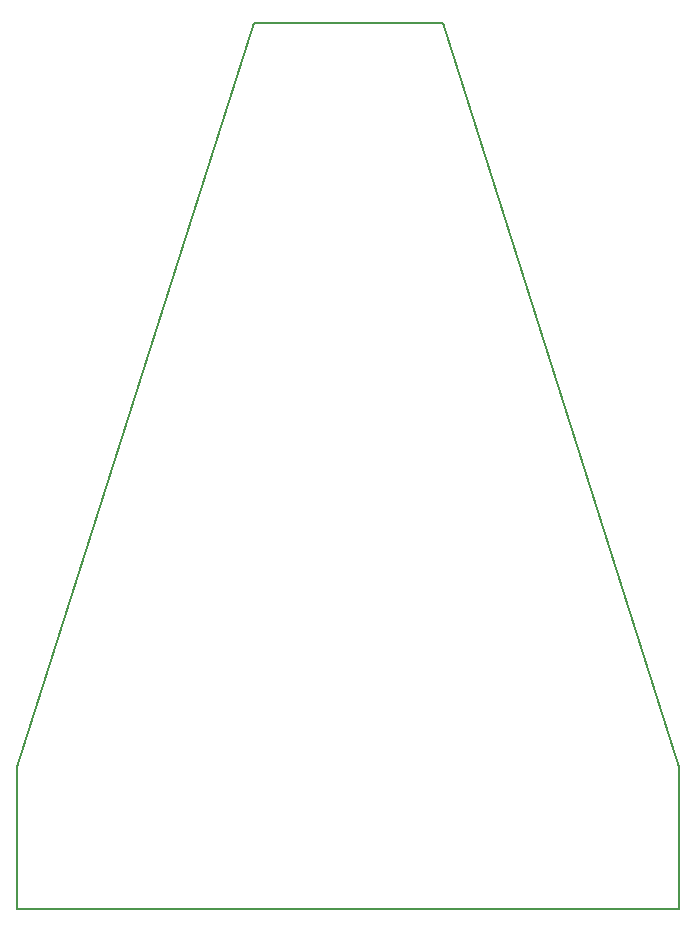
<source format=gbr>
G04 #@! TF.FileFunction,Profile,NP*
%FSLAX46Y46*%
G04 Gerber Fmt 4.6, Leading zero omitted, Abs format (unit mm)*
G04 Created by KiCad (PCBNEW 4.0.2-stable) date 12/2/2016 8:18:44 PM*
%MOMM*%
G01*
G04 APERTURE LIST*
%ADD10C,0.100000*%
%ADD11C,0.150000*%
G04 APERTURE END LIST*
D10*
D11*
X112000000Y-157500000D02*
X56000000Y-157500000D01*
X76000000Y-82500000D02*
X84000000Y-82500000D01*
X56000000Y-145500000D02*
X76000000Y-82500000D01*
X56000000Y-157500000D02*
X56000000Y-145500000D01*
X112000000Y-145500000D02*
X112000000Y-157500000D01*
X92000000Y-82500000D02*
X112000000Y-145500000D01*
X84000000Y-82500000D02*
X92000000Y-82500000D01*
M02*

</source>
